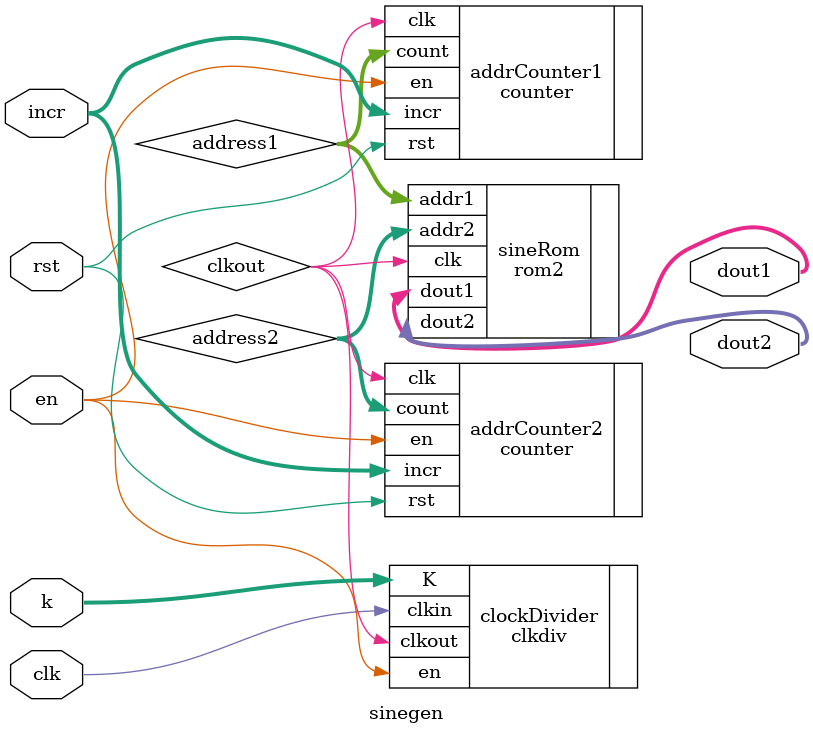
<source format=sv>
module sinegen #(
    parameter A_WIDTH = 8,
    parameter D_WIDTH = 8
)(
    // interface signals
    input logic             clk,    // clock
    input logic             rst,    // reset
    input logic             en,     // enable
    input logic [D_WIDTH-1:0] incr, // increment for addr counter
    input logic [A_WIDTH-1:0]     k,
    output logic [D_WIDTH-1:0] dout1,
    output logic [D_WIDTH-1:0] dout2
);

    logic [A_WIDTH-1:0]     address1;    // interconnect wire
    logic [A_WIDTH-1:0]     address2;    // interconnect wire


counter addrCounter1 (
    .clk    (clkout),
    .rst    (rst),
    .en     (en),
    .incr   (incr),
    .count  (address1)
);

counter #(
    .START(64)
) addrCounter2 (
    .clk    (clkout),
    .rst    (rst),
    .en     (en),
    .incr   (incr),
    .count  (address2)
);

clkdiv clockDivider (
    .clkin      (clk),
    .en         (en),      // Enable clk divider when high
    .K          (k),      
    .clkout     (clkout)
);

rom2 sineRom (
    .clk    (clkout),
    .addr1  (address1),
    .addr2  (address2),
    .dout1   (dout1),
    .dout2   (dout2)
);

endmodule

</source>
